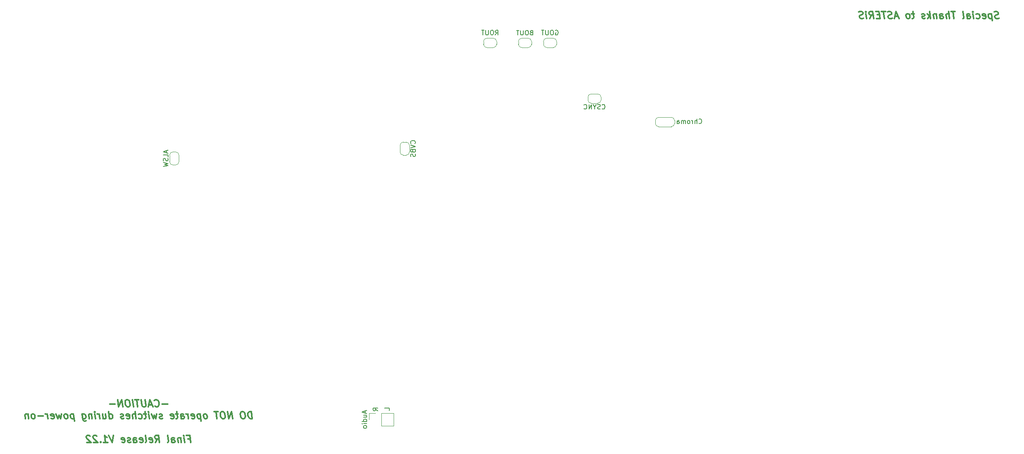
<source format=gbr>
G04 #@! TF.GenerationSoftware,KiCad,Pcbnew,(5.1.5)-3*
G04 #@! TF.CreationDate,2020-08-11T20:18:41+09:00*
G04 #@! TF.ProjectId,CPC-400 Audio&Video Board Mk.II,4350432d-3430-4302-9041-7564696f2656,rev?*
G04 #@! TF.SameCoordinates,Original*
G04 #@! TF.FileFunction,Legend,Bot*
G04 #@! TF.FilePolarity,Positive*
%FSLAX46Y46*%
G04 Gerber Fmt 4.6, Leading zero omitted, Abs format (unit mm)*
G04 Created by KiCad (PCBNEW (5.1.5)-3) date 2020-08-11 20:18:41*
%MOMM*%
%LPD*%
G04 APERTURE LIST*
%ADD10C,0.300000*%
%ADD11C,0.200000*%
%ADD12C,0.120000*%
%ADD13C,0.150000*%
G04 APERTURE END LIST*
D10*
X54263214Y-86282142D02*
X53120357Y-86282142D01*
X51602500Y-86710714D02*
X51682857Y-86782142D01*
X51906071Y-86853571D01*
X52048928Y-86853571D01*
X52254285Y-86782142D01*
X52379285Y-86639285D01*
X52432857Y-86496428D01*
X52468571Y-86210714D01*
X52441785Y-85996428D01*
X52334642Y-85710714D01*
X52245357Y-85567857D01*
X52084642Y-85425000D01*
X51861428Y-85353571D01*
X51718571Y-85353571D01*
X51513214Y-85425000D01*
X51450714Y-85496428D01*
X50995357Y-86425000D02*
X50281071Y-86425000D01*
X51191785Y-86853571D02*
X50504285Y-85353571D01*
X50191785Y-86853571D01*
X49504285Y-85353571D02*
X49656071Y-86567857D01*
X49602500Y-86710714D01*
X49540000Y-86782142D01*
X49406071Y-86853571D01*
X49120357Y-86853571D01*
X48968571Y-86782142D01*
X48888214Y-86710714D01*
X48798928Y-86567857D01*
X48647142Y-85353571D01*
X48147142Y-85353571D02*
X47290000Y-85353571D01*
X47906071Y-86853571D02*
X47718571Y-85353571D01*
X46977500Y-86853571D02*
X46790000Y-85353571D01*
X45790000Y-85353571D02*
X45504285Y-85353571D01*
X45370357Y-85425000D01*
X45245357Y-85567857D01*
X45209642Y-85853571D01*
X45272142Y-86353571D01*
X45379285Y-86639285D01*
X45540000Y-86782142D01*
X45691785Y-86853571D01*
X45977500Y-86853571D01*
X46111428Y-86782142D01*
X46236428Y-86639285D01*
X46272142Y-86353571D01*
X46209642Y-85853571D01*
X46102500Y-85567857D01*
X45941785Y-85425000D01*
X45790000Y-85353571D01*
X44691785Y-86853571D02*
X44504285Y-85353571D01*
X43834642Y-86853571D01*
X43647142Y-85353571D01*
X43048928Y-86282142D02*
X41906071Y-86282142D01*
X72370357Y-89403571D02*
X72182857Y-87903571D01*
X71825714Y-87903571D01*
X71620357Y-87975000D01*
X71495357Y-88117857D01*
X71441785Y-88260714D01*
X71406071Y-88546428D01*
X71432857Y-88760714D01*
X71540000Y-89046428D01*
X71629285Y-89189285D01*
X71790000Y-89332142D01*
X72013214Y-89403571D01*
X72370357Y-89403571D01*
X70397142Y-87903571D02*
X70111428Y-87903571D01*
X69977500Y-87975000D01*
X69852500Y-88117857D01*
X69816785Y-88403571D01*
X69879285Y-88903571D01*
X69986428Y-89189285D01*
X70147142Y-89332142D01*
X70298928Y-89403571D01*
X70584642Y-89403571D01*
X70718571Y-89332142D01*
X70843571Y-89189285D01*
X70879285Y-88903571D01*
X70816785Y-88403571D01*
X70709642Y-88117857D01*
X70548928Y-87975000D01*
X70397142Y-87903571D01*
X68156071Y-89403571D02*
X67968571Y-87903571D01*
X67298928Y-89403571D01*
X67111428Y-87903571D01*
X66111428Y-87903571D02*
X65825714Y-87903571D01*
X65691785Y-87975000D01*
X65566785Y-88117857D01*
X65531071Y-88403571D01*
X65593571Y-88903571D01*
X65700714Y-89189285D01*
X65861428Y-89332142D01*
X66013214Y-89403571D01*
X66298928Y-89403571D01*
X66432857Y-89332142D01*
X66557857Y-89189285D01*
X66593571Y-88903571D01*
X66531071Y-88403571D01*
X66423928Y-88117857D01*
X66263214Y-87975000D01*
X66111428Y-87903571D01*
X65039999Y-87903571D02*
X64182857Y-87903571D01*
X64798928Y-89403571D02*
X64611428Y-87903571D01*
X62513214Y-89403571D02*
X62647142Y-89332142D01*
X62709642Y-89260714D01*
X62763214Y-89117857D01*
X62709642Y-88689285D01*
X62620357Y-88546428D01*
X62540000Y-88475000D01*
X62388214Y-88403571D01*
X62173928Y-88403571D01*
X62040000Y-88475000D01*
X61977500Y-88546428D01*
X61923928Y-88689285D01*
X61977499Y-89117857D01*
X62066785Y-89260714D01*
X62147142Y-89332142D01*
X62298928Y-89403571D01*
X62513214Y-89403571D01*
X61245357Y-88403571D02*
X61432857Y-89903571D01*
X61254285Y-88475000D02*
X61102499Y-88403571D01*
X60816785Y-88403571D01*
X60682857Y-88475000D01*
X60620357Y-88546428D01*
X60566785Y-88689285D01*
X60620357Y-89117857D01*
X60709642Y-89260714D01*
X60790000Y-89332142D01*
X60941785Y-89403571D01*
X61227499Y-89403571D01*
X61361428Y-89332142D01*
X59432857Y-89332142D02*
X59584642Y-89403571D01*
X59870357Y-89403571D01*
X60004285Y-89332142D01*
X60057857Y-89189285D01*
X59986428Y-88617857D01*
X59897142Y-88475000D01*
X59745357Y-88403571D01*
X59459642Y-88403571D01*
X59325714Y-88475000D01*
X59272142Y-88617857D01*
X59289999Y-88760714D01*
X60022142Y-88903571D01*
X58727499Y-89403571D02*
X58602499Y-88403571D01*
X58638214Y-88689285D02*
X58548928Y-88546428D01*
X58468571Y-88475000D01*
X58316785Y-88403571D01*
X58173928Y-88403571D01*
X57156071Y-89403571D02*
X57057857Y-88617857D01*
X57111428Y-88475000D01*
X57245357Y-88403571D01*
X57531071Y-88403571D01*
X57682857Y-88475000D01*
X57147142Y-89332142D02*
X57298928Y-89403571D01*
X57656071Y-89403571D01*
X57790000Y-89332142D01*
X57843571Y-89189285D01*
X57825714Y-89046428D01*
X57736428Y-88903571D01*
X57584642Y-88832142D01*
X57227500Y-88832142D01*
X57075714Y-88760714D01*
X56531071Y-88403571D02*
X55959642Y-88403571D01*
X56254285Y-87903571D02*
X56415000Y-89189285D01*
X56361428Y-89332142D01*
X56227500Y-89403571D01*
X56084642Y-89403571D01*
X55004285Y-89332142D02*
X55156071Y-89403571D01*
X55441785Y-89403571D01*
X55575714Y-89332142D01*
X55629285Y-89189285D01*
X55557857Y-88617857D01*
X55468571Y-88475000D01*
X55316785Y-88403571D01*
X55031071Y-88403571D01*
X54897142Y-88475000D01*
X54843571Y-88617857D01*
X54861428Y-88760714D01*
X55593571Y-88903571D01*
X53218571Y-89332142D02*
X53084642Y-89403571D01*
X52798928Y-89403571D01*
X52647142Y-89332142D01*
X52557857Y-89189285D01*
X52548928Y-89117857D01*
X52602500Y-88975000D01*
X52736428Y-88903571D01*
X52950714Y-88903571D01*
X53084642Y-88832142D01*
X53138214Y-88689285D01*
X53129285Y-88617857D01*
X53040000Y-88475000D01*
X52888214Y-88403571D01*
X52673928Y-88403571D01*
X52540000Y-88475000D01*
X51959642Y-88403571D02*
X51798928Y-89403571D01*
X51423928Y-88689285D01*
X51227500Y-89403571D01*
X50816785Y-88403571D01*
X50370357Y-89403571D02*
X50245357Y-88403571D01*
X50182857Y-87903571D02*
X50263214Y-87975000D01*
X50200714Y-88046428D01*
X50120357Y-87975000D01*
X50182857Y-87903571D01*
X50200714Y-88046428D01*
X49745357Y-88403571D02*
X49173928Y-88403571D01*
X49468571Y-87903571D02*
X49629285Y-89189285D01*
X49575714Y-89332142D01*
X49441785Y-89403571D01*
X49298928Y-89403571D01*
X48147142Y-89332142D02*
X48298928Y-89403571D01*
X48584642Y-89403571D01*
X48718571Y-89332142D01*
X48781071Y-89260714D01*
X48834642Y-89117857D01*
X48781071Y-88689285D01*
X48691785Y-88546428D01*
X48611428Y-88475000D01*
X48459642Y-88403571D01*
X48173928Y-88403571D01*
X48040000Y-88475000D01*
X47513214Y-89403571D02*
X47325714Y-87903571D01*
X46870357Y-89403571D02*
X46772142Y-88617857D01*
X46825714Y-88475000D01*
X46959642Y-88403571D01*
X47173928Y-88403571D01*
X47325714Y-88475000D01*
X47406071Y-88546428D01*
X45575714Y-89332142D02*
X45727500Y-89403571D01*
X46013214Y-89403571D01*
X46147142Y-89332142D01*
X46200714Y-89189285D01*
X46129285Y-88617857D01*
X46040000Y-88475000D01*
X45888214Y-88403571D01*
X45602500Y-88403571D01*
X45468571Y-88475000D01*
X45415000Y-88617857D01*
X45432857Y-88760714D01*
X46165000Y-88903571D01*
X44932857Y-89332142D02*
X44798928Y-89403571D01*
X44513214Y-89403571D01*
X44361428Y-89332142D01*
X44272142Y-89189285D01*
X44263214Y-89117857D01*
X44316785Y-88975000D01*
X44450714Y-88903571D01*
X44665000Y-88903571D01*
X44798928Y-88832142D01*
X44852499Y-88689285D01*
X44843571Y-88617857D01*
X44754285Y-88475000D01*
X44602500Y-88403571D01*
X44388214Y-88403571D01*
X44254285Y-88475000D01*
X41870357Y-89403571D02*
X41682857Y-87903571D01*
X41861428Y-89332142D02*
X42013214Y-89403571D01*
X42298928Y-89403571D01*
X42432857Y-89332142D01*
X42495357Y-89260714D01*
X42548928Y-89117857D01*
X42495357Y-88689285D01*
X42406071Y-88546428D01*
X42325714Y-88475000D01*
X42173928Y-88403571D01*
X41888214Y-88403571D01*
X41754285Y-88475000D01*
X40388214Y-88403571D02*
X40513214Y-89403571D01*
X41031071Y-88403571D02*
X41129285Y-89189285D01*
X41075714Y-89332142D01*
X40941785Y-89403571D01*
X40727500Y-89403571D01*
X40575714Y-89332142D01*
X40495357Y-89260714D01*
X39798928Y-89403571D02*
X39673928Y-88403571D01*
X39709642Y-88689285D02*
X39620357Y-88546428D01*
X39540000Y-88475000D01*
X39388214Y-88403571D01*
X39245357Y-88403571D01*
X38870357Y-89403571D02*
X38745357Y-88403571D01*
X38682857Y-87903571D02*
X38763214Y-87975000D01*
X38700714Y-88046428D01*
X38620357Y-87975000D01*
X38682857Y-87903571D01*
X38700714Y-88046428D01*
X38031071Y-88403571D02*
X38156071Y-89403571D01*
X38048928Y-88546428D02*
X37968571Y-88475000D01*
X37816785Y-88403571D01*
X37602500Y-88403571D01*
X37468571Y-88475000D01*
X37415000Y-88617857D01*
X37513214Y-89403571D01*
X36031071Y-88403571D02*
X36182857Y-89617857D01*
X36272142Y-89760714D01*
X36352500Y-89832142D01*
X36504285Y-89903571D01*
X36718571Y-89903571D01*
X36852500Y-89832142D01*
X36147142Y-89332142D02*
X36298928Y-89403571D01*
X36584642Y-89403571D01*
X36718571Y-89332142D01*
X36781071Y-89260714D01*
X36834642Y-89117857D01*
X36781071Y-88689285D01*
X36691785Y-88546428D01*
X36611428Y-88475000D01*
X36459642Y-88403571D01*
X36173928Y-88403571D01*
X36040000Y-88475000D01*
X34173928Y-88403571D02*
X34361428Y-89903571D01*
X34182857Y-88475000D02*
X34031071Y-88403571D01*
X33745357Y-88403571D01*
X33611428Y-88475000D01*
X33548928Y-88546428D01*
X33495357Y-88689285D01*
X33548928Y-89117857D01*
X33638214Y-89260714D01*
X33718571Y-89332142D01*
X33870357Y-89403571D01*
X34156071Y-89403571D01*
X34290000Y-89332142D01*
X32727500Y-89403571D02*
X32861428Y-89332142D01*
X32923928Y-89260714D01*
X32977500Y-89117857D01*
X32923928Y-88689285D01*
X32834642Y-88546428D01*
X32754285Y-88475000D01*
X32602500Y-88403571D01*
X32388214Y-88403571D01*
X32254285Y-88475000D01*
X32191785Y-88546428D01*
X32138214Y-88689285D01*
X32191785Y-89117857D01*
X32281071Y-89260714D01*
X32361428Y-89332142D01*
X32513214Y-89403571D01*
X32727500Y-89403571D01*
X31602499Y-88403571D02*
X31441785Y-89403571D01*
X31066785Y-88689285D01*
X30870357Y-89403571D01*
X30459642Y-88403571D01*
X29432857Y-89332142D02*
X29584642Y-89403571D01*
X29870357Y-89403571D01*
X30004285Y-89332142D01*
X30057857Y-89189285D01*
X29986428Y-88617857D01*
X29897142Y-88475000D01*
X29745357Y-88403571D01*
X29459642Y-88403571D01*
X29325714Y-88475000D01*
X29272142Y-88617857D01*
X29290000Y-88760714D01*
X30022142Y-88903571D01*
X28727500Y-89403571D02*
X28602500Y-88403571D01*
X28638214Y-88689285D02*
X28548928Y-88546428D01*
X28468571Y-88475000D01*
X28316785Y-88403571D01*
X28173928Y-88403571D01*
X27727500Y-88832142D02*
X26584642Y-88832142D01*
X25727500Y-89403571D02*
X25861428Y-89332142D01*
X25923928Y-89260714D01*
X25977500Y-89117857D01*
X25923928Y-88689285D01*
X25834642Y-88546428D01*
X25754285Y-88475000D01*
X25602500Y-88403571D01*
X25388214Y-88403571D01*
X25254285Y-88475000D01*
X25191785Y-88546428D01*
X25138214Y-88689285D01*
X25191785Y-89117857D01*
X25281071Y-89260714D01*
X25361428Y-89332142D01*
X25513214Y-89403571D01*
X25727500Y-89403571D01*
X24459642Y-88403571D02*
X24584642Y-89403571D01*
X24477500Y-88546428D02*
X24397142Y-88475000D01*
X24245357Y-88403571D01*
X24031071Y-88403571D01*
X23897142Y-88475000D01*
X23843571Y-88617857D01*
X23941785Y-89403571D01*
X58593571Y-93717857D02*
X59093571Y-93717857D01*
X59191785Y-94503571D02*
X59004285Y-93003571D01*
X58290000Y-93003571D01*
X57906071Y-94503571D02*
X57781071Y-93503571D01*
X57718571Y-93003571D02*
X57798928Y-93075000D01*
X57736428Y-93146428D01*
X57656071Y-93075000D01*
X57718571Y-93003571D01*
X57736428Y-93146428D01*
X57066785Y-93503571D02*
X57191785Y-94503571D01*
X57084642Y-93646428D02*
X57004285Y-93575000D01*
X56852500Y-93503571D01*
X56638214Y-93503571D01*
X56504285Y-93575000D01*
X56450714Y-93717857D01*
X56548928Y-94503571D01*
X55191785Y-94503571D02*
X55093571Y-93717857D01*
X55147142Y-93575000D01*
X55281071Y-93503571D01*
X55566785Y-93503571D01*
X55718571Y-93575000D01*
X55182857Y-94432142D02*
X55334642Y-94503571D01*
X55691785Y-94503571D01*
X55825714Y-94432142D01*
X55879285Y-94289285D01*
X55861428Y-94146428D01*
X55772142Y-94003571D01*
X55620357Y-93932142D01*
X55263214Y-93932142D01*
X55111428Y-93860714D01*
X54263214Y-94503571D02*
X54397142Y-94432142D01*
X54450714Y-94289285D01*
X54290000Y-93003571D01*
X51691785Y-94503571D02*
X52102500Y-93789285D01*
X52548928Y-94503571D02*
X52361428Y-93003571D01*
X51790000Y-93003571D01*
X51656071Y-93075000D01*
X51593571Y-93146428D01*
X51540000Y-93289285D01*
X51566785Y-93503571D01*
X51656071Y-93646428D01*
X51736428Y-93717857D01*
X51888214Y-93789285D01*
X52459642Y-93789285D01*
X50468571Y-94432142D02*
X50620357Y-94503571D01*
X50906071Y-94503571D01*
X51040000Y-94432142D01*
X51093571Y-94289285D01*
X51022142Y-93717857D01*
X50932857Y-93575000D01*
X50781071Y-93503571D01*
X50495357Y-93503571D01*
X50361428Y-93575000D01*
X50307857Y-93717857D01*
X50325714Y-93860714D01*
X51057857Y-94003571D01*
X49548928Y-94503571D02*
X49682857Y-94432142D01*
X49736428Y-94289285D01*
X49575714Y-93003571D01*
X48397142Y-94432142D02*
X48548928Y-94503571D01*
X48834642Y-94503571D01*
X48968571Y-94432142D01*
X49022142Y-94289285D01*
X48950714Y-93717857D01*
X48861428Y-93575000D01*
X48709642Y-93503571D01*
X48423928Y-93503571D01*
X48290000Y-93575000D01*
X48236428Y-93717857D01*
X48254285Y-93860714D01*
X48986428Y-94003571D01*
X47048928Y-94503571D02*
X46950714Y-93717857D01*
X47004285Y-93575000D01*
X47138214Y-93503571D01*
X47423928Y-93503571D01*
X47575714Y-93575000D01*
X47040000Y-94432142D02*
X47191785Y-94503571D01*
X47548928Y-94503571D01*
X47682857Y-94432142D01*
X47736428Y-94289285D01*
X47718571Y-94146428D01*
X47629285Y-94003571D01*
X47477500Y-93932142D01*
X47120357Y-93932142D01*
X46968571Y-93860714D01*
X46397142Y-94432142D02*
X46263214Y-94503571D01*
X45977500Y-94503571D01*
X45825714Y-94432142D01*
X45736428Y-94289285D01*
X45727500Y-94217857D01*
X45781071Y-94075000D01*
X45915000Y-94003571D01*
X46129285Y-94003571D01*
X46263214Y-93932142D01*
X46316785Y-93789285D01*
X46307857Y-93717857D01*
X46218571Y-93575000D01*
X46066785Y-93503571D01*
X45852500Y-93503571D01*
X45718571Y-93575000D01*
X44540000Y-94432142D02*
X44691785Y-94503571D01*
X44977500Y-94503571D01*
X45111428Y-94432142D01*
X45165000Y-94289285D01*
X45093571Y-93717857D01*
X45004285Y-93575000D01*
X44852500Y-93503571D01*
X44566785Y-93503571D01*
X44432857Y-93575000D01*
X44379285Y-93717857D01*
X44397142Y-93860714D01*
X45129285Y-94003571D01*
X42718571Y-93003571D02*
X42406071Y-94503571D01*
X41718571Y-93003571D01*
X40620357Y-94503571D02*
X41477500Y-94503571D01*
X41048928Y-94503571D02*
X40861428Y-93003571D01*
X41031071Y-93217857D01*
X41191785Y-93360714D01*
X41343571Y-93432142D01*
X39959642Y-94360714D02*
X39897142Y-94432142D01*
X39977500Y-94503571D01*
X40040000Y-94432142D01*
X39959642Y-94360714D01*
X39977500Y-94503571D01*
X39165000Y-93146428D02*
X39084642Y-93075000D01*
X38932857Y-93003571D01*
X38575714Y-93003571D01*
X38441785Y-93075000D01*
X38379285Y-93146428D01*
X38325714Y-93289285D01*
X38343571Y-93432142D01*
X38441785Y-93646428D01*
X39406071Y-94503571D01*
X38477500Y-94503571D01*
X37736428Y-93146428D02*
X37656071Y-93075000D01*
X37504285Y-93003571D01*
X37147142Y-93003571D01*
X37013214Y-93075000D01*
X36950714Y-93146428D01*
X36897142Y-93289285D01*
X36915000Y-93432142D01*
X37013214Y-93646428D01*
X37977500Y-94503571D01*
X37048928Y-94503571D01*
D11*
X99152380Y-87709523D02*
X98676190Y-87376190D01*
X99152380Y-87138095D02*
X98152380Y-87138095D01*
X98152380Y-87519047D01*
X98200000Y-87614285D01*
X98247619Y-87661904D01*
X98342857Y-87709523D01*
X98485714Y-87709523D01*
X98580952Y-87661904D01*
X98628571Y-87614285D01*
X98676190Y-87519047D01*
X98676190Y-87138095D01*
X101652380Y-87609523D02*
X101652380Y-87133333D01*
X100652380Y-87133333D01*
D10*
X231840000Y-3807142D02*
X231634642Y-3878571D01*
X231277500Y-3878571D01*
X231125714Y-3807142D01*
X231045357Y-3735714D01*
X230956071Y-3592857D01*
X230938214Y-3450000D01*
X230991785Y-3307142D01*
X231054285Y-3235714D01*
X231188214Y-3164285D01*
X231465000Y-3092857D01*
X231598928Y-3021428D01*
X231661428Y-2950000D01*
X231715000Y-2807142D01*
X231697142Y-2664285D01*
X231607857Y-2521428D01*
X231527500Y-2450000D01*
X231375714Y-2378571D01*
X231018571Y-2378571D01*
X230813214Y-2450000D01*
X230223928Y-2878571D02*
X230411428Y-4378571D01*
X230232857Y-2950000D02*
X230081071Y-2878571D01*
X229795357Y-2878571D01*
X229661428Y-2950000D01*
X229598928Y-3021428D01*
X229545357Y-3164285D01*
X229598928Y-3592857D01*
X229688214Y-3735714D01*
X229768571Y-3807142D01*
X229920357Y-3878571D01*
X230206071Y-3878571D01*
X230340000Y-3807142D01*
X228411428Y-3807142D02*
X228563214Y-3878571D01*
X228848928Y-3878571D01*
X228982857Y-3807142D01*
X229036428Y-3664285D01*
X228965000Y-3092857D01*
X228875714Y-2950000D01*
X228723928Y-2878571D01*
X228438214Y-2878571D01*
X228304285Y-2950000D01*
X228250714Y-3092857D01*
X228268571Y-3235714D01*
X229000714Y-3378571D01*
X227054285Y-3807142D02*
X227206071Y-3878571D01*
X227491785Y-3878571D01*
X227625714Y-3807142D01*
X227688214Y-3735714D01*
X227741785Y-3592857D01*
X227688214Y-3164285D01*
X227598928Y-3021428D01*
X227518571Y-2950000D01*
X227366785Y-2878571D01*
X227081071Y-2878571D01*
X226947142Y-2950000D01*
X226420357Y-3878571D02*
X226295357Y-2878571D01*
X226232857Y-2378571D02*
X226313214Y-2450000D01*
X226250714Y-2521428D01*
X226170357Y-2450000D01*
X226232857Y-2378571D01*
X226250714Y-2521428D01*
X225063214Y-3878571D02*
X224965000Y-3092857D01*
X225018571Y-2950000D01*
X225152500Y-2878571D01*
X225438214Y-2878571D01*
X225590000Y-2950000D01*
X225054285Y-3807142D02*
X225206071Y-3878571D01*
X225563214Y-3878571D01*
X225697142Y-3807142D01*
X225750714Y-3664285D01*
X225732857Y-3521428D01*
X225643571Y-3378571D01*
X225491785Y-3307142D01*
X225134642Y-3307142D01*
X224982857Y-3235714D01*
X224134642Y-3878571D02*
X224268571Y-3807142D01*
X224322142Y-3664285D01*
X224161428Y-2378571D01*
X222447142Y-2378571D02*
X221590000Y-2378571D01*
X222206071Y-3878571D02*
X222018571Y-2378571D01*
X221277500Y-3878571D02*
X221090000Y-2378571D01*
X220634642Y-3878571D02*
X220536428Y-3092857D01*
X220590000Y-2950000D01*
X220723928Y-2878571D01*
X220938214Y-2878571D01*
X221090000Y-2950000D01*
X221170357Y-3021428D01*
X219277500Y-3878571D02*
X219179285Y-3092857D01*
X219232857Y-2950000D01*
X219366785Y-2878571D01*
X219652500Y-2878571D01*
X219804285Y-2950000D01*
X219268571Y-3807142D02*
X219420357Y-3878571D01*
X219777500Y-3878571D01*
X219911428Y-3807142D01*
X219965000Y-3664285D01*
X219947142Y-3521428D01*
X219857857Y-3378571D01*
X219706071Y-3307142D01*
X219348928Y-3307142D01*
X219197142Y-3235714D01*
X218438214Y-2878571D02*
X218563214Y-3878571D01*
X218456071Y-3021428D02*
X218375714Y-2950000D01*
X218223928Y-2878571D01*
X218009642Y-2878571D01*
X217875714Y-2950000D01*
X217822142Y-3092857D01*
X217920357Y-3878571D01*
X217206071Y-3878571D02*
X217018571Y-2378571D01*
X216991785Y-3307142D02*
X216634642Y-3878571D01*
X216509642Y-2878571D02*
X217152500Y-3450000D01*
X216054285Y-3807142D02*
X215920357Y-3878571D01*
X215634642Y-3878571D01*
X215482857Y-3807142D01*
X215393571Y-3664285D01*
X215384642Y-3592857D01*
X215438214Y-3450000D01*
X215572142Y-3378571D01*
X215786428Y-3378571D01*
X215920357Y-3307142D01*
X215973928Y-3164285D01*
X215965000Y-3092857D01*
X215875714Y-2950000D01*
X215723928Y-2878571D01*
X215509642Y-2878571D01*
X215375714Y-2950000D01*
X213723928Y-2878571D02*
X213152500Y-2878571D01*
X213447142Y-2378571D02*
X213607857Y-3664285D01*
X213554285Y-3807142D01*
X213420357Y-3878571D01*
X213277500Y-3878571D01*
X212563214Y-3878571D02*
X212697142Y-3807142D01*
X212759642Y-3735714D01*
X212813214Y-3592857D01*
X212759642Y-3164285D01*
X212670357Y-3021428D01*
X212590000Y-2950000D01*
X212438214Y-2878571D01*
X212223928Y-2878571D01*
X212090000Y-2950000D01*
X212027500Y-3021428D01*
X211973928Y-3164285D01*
X212027500Y-3592857D01*
X212116785Y-3735714D01*
X212197142Y-3807142D01*
X212348928Y-3878571D01*
X212563214Y-3878571D01*
X210295357Y-3450000D02*
X209581071Y-3450000D01*
X210491785Y-3878571D02*
X209804285Y-2378571D01*
X209491785Y-3878571D01*
X209054285Y-3807142D02*
X208848928Y-3878571D01*
X208491785Y-3878571D01*
X208340000Y-3807142D01*
X208259642Y-3735714D01*
X208170357Y-3592857D01*
X208152500Y-3450000D01*
X208206071Y-3307142D01*
X208268571Y-3235714D01*
X208402500Y-3164285D01*
X208679285Y-3092857D01*
X208813214Y-3021428D01*
X208875714Y-2950000D01*
X208929285Y-2807142D01*
X208911428Y-2664285D01*
X208822142Y-2521428D01*
X208741785Y-2450000D01*
X208590000Y-2378571D01*
X208232857Y-2378571D01*
X208027500Y-2450000D01*
X207590000Y-2378571D02*
X206732857Y-2378571D01*
X207348928Y-3878571D02*
X207161428Y-2378571D01*
X206322142Y-3092857D02*
X205822142Y-3092857D01*
X205706071Y-3878571D02*
X206420357Y-3878571D01*
X206232857Y-2378571D01*
X205518571Y-2378571D01*
X204206071Y-3878571D02*
X204616785Y-3164285D01*
X205063214Y-3878571D02*
X204875714Y-2378571D01*
X204304285Y-2378571D01*
X204170357Y-2450000D01*
X204107857Y-2521428D01*
X204054285Y-2664285D01*
X204081071Y-2878571D01*
X204170357Y-3021428D01*
X204250714Y-3092857D01*
X204402500Y-3164285D01*
X204973928Y-3164285D01*
X203563214Y-3878571D02*
X203438214Y-2878571D01*
X203375714Y-2378571D02*
X203456071Y-2450000D01*
X203393571Y-2521428D01*
X203313214Y-2450000D01*
X203375714Y-2378571D01*
X203393571Y-2521428D01*
X202911428Y-3807142D02*
X202706071Y-3878571D01*
X202348928Y-3878571D01*
X202197142Y-3807142D01*
X202116785Y-3735714D01*
X202027500Y-3592857D01*
X202009642Y-3450000D01*
X202063214Y-3307142D01*
X202125714Y-3235714D01*
X202259642Y-3164285D01*
X202536428Y-3092857D01*
X202670357Y-3021428D01*
X202732857Y-2950000D01*
X202786428Y-2807142D01*
X202768571Y-2664285D01*
X202679285Y-2521428D01*
X202598928Y-2450000D01*
X202447142Y-2378571D01*
X202090000Y-2378571D01*
X201884642Y-2450000D01*
D12*
X105925000Y-31000000D02*
G75*
G03X105225000Y-30300000I-700000J0D01*
G01*
X104625000Y-30300000D02*
G75*
G03X103925000Y-31000000I0J-700000D01*
G01*
X103925000Y-32400000D02*
G75*
G03X104625000Y-33100000I700000J0D01*
G01*
X105225000Y-33100000D02*
G75*
G03X105925000Y-32400000I0J700000D01*
G01*
X104625000Y-33100000D02*
X105225000Y-33100000D01*
X103925000Y-31000000D02*
X103925000Y-32400000D01*
X105225000Y-30300000D02*
X104625000Y-30300000D01*
X105925000Y-32400000D02*
X105925000Y-31000000D01*
X144750000Y-22000000D02*
X146150000Y-22000000D01*
X146850000Y-21300000D02*
X146850000Y-20700000D01*
X146150000Y-20000000D02*
X144750000Y-20000000D01*
X144050000Y-20700000D02*
X144050000Y-21300000D01*
X144050000Y-21300000D02*
G75*
G03X144750000Y-22000000I700000J0D01*
G01*
X144750000Y-20000000D02*
G75*
G03X144050000Y-20700000I0J-700000D01*
G01*
X146850000Y-20700000D02*
G75*
G03X146150000Y-20000000I-700000J0D01*
G01*
X146150000Y-22000000D02*
G75*
G03X146850000Y-21300000I0J700000D01*
G01*
X136650000Y-10100000D02*
G75*
G03X137350000Y-9400000I0J700000D01*
G01*
X137350000Y-8800000D02*
G75*
G03X136650000Y-8100000I-700000J0D01*
G01*
X135250000Y-8100000D02*
G75*
G03X134550000Y-8800000I0J-700000D01*
G01*
X134550000Y-9400000D02*
G75*
G03X135250000Y-10100000I700000J0D01*
G01*
X134550000Y-8800000D02*
X134550000Y-9400000D01*
X136650000Y-8100000D02*
X135250000Y-8100000D01*
X137350000Y-9400000D02*
X137350000Y-8800000D01*
X135250000Y-10100000D02*
X136650000Y-10100000D01*
X131300000Y-10100000D02*
G75*
G03X132000000Y-9400000I0J700000D01*
G01*
X132000000Y-8800000D02*
G75*
G03X131300000Y-8100000I-700000J0D01*
G01*
X129900000Y-8100000D02*
G75*
G03X129200000Y-8800000I0J-700000D01*
G01*
X129200000Y-9400000D02*
G75*
G03X129900000Y-10100000I700000J0D01*
G01*
X129200000Y-8800000D02*
X129200000Y-9400000D01*
X131300000Y-8100000D02*
X129900000Y-8100000D01*
X132000000Y-9400000D02*
X132000000Y-8800000D01*
X129900000Y-10100000D02*
X131300000Y-10100000D01*
X158450000Y-26300000D02*
G75*
G03X159150000Y-27000000I700000J0D01*
G01*
X159150000Y-25000000D02*
G75*
G03X158450000Y-25700000I0J-700000D01*
G01*
X162550000Y-25700000D02*
G75*
G03X161850000Y-25000000I-700000J0D01*
G01*
X161850000Y-27000000D02*
G75*
G03X162550000Y-26300000I0J700000D01*
G01*
X159100000Y-27000000D02*
X161900000Y-27000000D01*
X162550000Y-26300000D02*
X162550000Y-25700000D01*
X161900000Y-25000000D02*
X159100000Y-25000000D01*
X158450000Y-25700000D02*
X158450000Y-26300000D01*
X122450000Y-10100000D02*
X123850000Y-10100000D01*
X124550000Y-9400000D02*
X124550000Y-8800000D01*
X123850000Y-8100000D02*
X122450000Y-8100000D01*
X121750000Y-8800000D02*
X121750000Y-9400000D01*
X121750000Y-9400000D02*
G75*
G03X122450000Y-10100000I700000J0D01*
G01*
X122450000Y-8100000D02*
G75*
G03X121750000Y-8800000I0J-700000D01*
G01*
X124550000Y-8800000D02*
G75*
G03X123850000Y-8100000I-700000J0D01*
G01*
X123850000Y-10100000D02*
G75*
G03X124550000Y-9400000I0J700000D01*
G01*
X54700000Y-33100000D02*
X54700000Y-34500000D01*
X55400000Y-35200000D02*
X56000000Y-35200000D01*
X56700000Y-34500000D02*
X56700000Y-33100000D01*
X56000000Y-32400000D02*
X55400000Y-32400000D01*
X55400000Y-32400000D02*
G75*
G03X54700000Y-33100000I0J-700000D01*
G01*
X56700000Y-33100000D02*
G75*
G03X56000000Y-32400000I-700000J0D01*
G01*
X56000000Y-35200000D02*
G75*
G03X56700000Y-34500000I0J700000D01*
G01*
X54700000Y-34500000D02*
G75*
G03X55400000Y-35200000I700000J0D01*
G01*
X97330000Y-88270000D02*
X97330000Y-89600000D01*
X98660000Y-88270000D02*
X97330000Y-88270000D01*
X99930000Y-88270000D02*
X99930000Y-90930000D01*
X99930000Y-90930000D02*
X102530000Y-90930000D01*
X99930000Y-88270000D02*
X102530000Y-88270000D01*
X102530000Y-88270000D02*
X102530000Y-90930000D01*
D13*
X107082142Y-30604761D02*
X107129761Y-30557142D01*
X107177380Y-30414285D01*
X107177380Y-30319047D01*
X107129761Y-30176190D01*
X107034523Y-30080952D01*
X106939285Y-30033333D01*
X106748809Y-29985714D01*
X106605952Y-29985714D01*
X106415476Y-30033333D01*
X106320238Y-30080952D01*
X106225000Y-30176190D01*
X106177380Y-30319047D01*
X106177380Y-30414285D01*
X106225000Y-30557142D01*
X106272619Y-30604761D01*
X106177380Y-30890476D02*
X107177380Y-31223809D01*
X106177380Y-31557142D01*
X106653571Y-32223809D02*
X106701190Y-32366666D01*
X106748809Y-32414285D01*
X106844047Y-32461904D01*
X106986904Y-32461904D01*
X107082142Y-32414285D01*
X107129761Y-32366666D01*
X107177380Y-32271428D01*
X107177380Y-31890476D01*
X106177380Y-31890476D01*
X106177380Y-32223809D01*
X106225000Y-32319047D01*
X106272619Y-32366666D01*
X106367857Y-32414285D01*
X106463095Y-32414285D01*
X106558333Y-32366666D01*
X106605952Y-32319047D01*
X106653571Y-32223809D01*
X106653571Y-31890476D01*
X107129761Y-32842857D02*
X107177380Y-32985714D01*
X107177380Y-33223809D01*
X107129761Y-33319047D01*
X107082142Y-33366666D01*
X106986904Y-33414285D01*
X106891666Y-33414285D01*
X106796428Y-33366666D01*
X106748809Y-33319047D01*
X106701190Y-33223809D01*
X106653571Y-33033333D01*
X106605952Y-32938095D01*
X106558333Y-32890476D01*
X106463095Y-32842857D01*
X106367857Y-32842857D01*
X106272619Y-32890476D01*
X106225000Y-32938095D01*
X106177380Y-33033333D01*
X106177380Y-33271428D01*
X106225000Y-33414285D01*
X147069047Y-23157142D02*
X147116666Y-23204761D01*
X147259523Y-23252380D01*
X147354761Y-23252380D01*
X147497619Y-23204761D01*
X147592857Y-23109523D01*
X147640476Y-23014285D01*
X147688095Y-22823809D01*
X147688095Y-22680952D01*
X147640476Y-22490476D01*
X147592857Y-22395238D01*
X147497619Y-22300000D01*
X147354761Y-22252380D01*
X147259523Y-22252380D01*
X147116666Y-22300000D01*
X147069047Y-22347619D01*
X146688095Y-23204761D02*
X146545238Y-23252380D01*
X146307142Y-23252380D01*
X146211904Y-23204761D01*
X146164285Y-23157142D01*
X146116666Y-23061904D01*
X146116666Y-22966666D01*
X146164285Y-22871428D01*
X146211904Y-22823809D01*
X146307142Y-22776190D01*
X146497619Y-22728571D01*
X146592857Y-22680952D01*
X146640476Y-22633333D01*
X146688095Y-22538095D01*
X146688095Y-22442857D01*
X146640476Y-22347619D01*
X146592857Y-22300000D01*
X146497619Y-22252380D01*
X146259523Y-22252380D01*
X146116666Y-22300000D01*
X145497619Y-22776190D02*
X145497619Y-23252380D01*
X145830952Y-22252380D02*
X145497619Y-22776190D01*
X145164285Y-22252380D01*
X144830952Y-23252380D02*
X144830952Y-22252380D01*
X144259523Y-23252380D01*
X144259523Y-22252380D01*
X143211904Y-23157142D02*
X143259523Y-23204761D01*
X143402380Y-23252380D01*
X143497619Y-23252380D01*
X143640476Y-23204761D01*
X143735714Y-23109523D01*
X143783333Y-23014285D01*
X143830952Y-22823809D01*
X143830952Y-22680952D01*
X143783333Y-22490476D01*
X143735714Y-22395238D01*
X143640476Y-22300000D01*
X143497619Y-22252380D01*
X143402380Y-22252380D01*
X143259523Y-22300000D01*
X143211904Y-22347619D01*
X137116666Y-6450000D02*
X137211904Y-6402380D01*
X137354761Y-6402380D01*
X137497619Y-6450000D01*
X137592857Y-6545238D01*
X137640476Y-6640476D01*
X137688095Y-6830952D01*
X137688095Y-6973809D01*
X137640476Y-7164285D01*
X137592857Y-7259523D01*
X137497619Y-7354761D01*
X137354761Y-7402380D01*
X137259523Y-7402380D01*
X137116666Y-7354761D01*
X137069047Y-7307142D01*
X137069047Y-6973809D01*
X137259523Y-6973809D01*
X136450000Y-6402380D02*
X136259523Y-6402380D01*
X136164285Y-6450000D01*
X136069047Y-6545238D01*
X136021428Y-6735714D01*
X136021428Y-7069047D01*
X136069047Y-7259523D01*
X136164285Y-7354761D01*
X136259523Y-7402380D01*
X136450000Y-7402380D01*
X136545238Y-7354761D01*
X136640476Y-7259523D01*
X136688095Y-7069047D01*
X136688095Y-6735714D01*
X136640476Y-6545238D01*
X136545238Y-6450000D01*
X136450000Y-6402380D01*
X135592857Y-6402380D02*
X135592857Y-7211904D01*
X135545238Y-7307142D01*
X135497619Y-7354761D01*
X135402380Y-7402380D01*
X135211904Y-7402380D01*
X135116666Y-7354761D01*
X135069047Y-7307142D01*
X135021428Y-7211904D01*
X135021428Y-6402380D01*
X134688095Y-6402380D02*
X134116666Y-6402380D01*
X134402380Y-7402380D02*
X134402380Y-6402380D01*
X131957142Y-6903571D02*
X131814285Y-6951190D01*
X131766666Y-6998809D01*
X131719047Y-7094047D01*
X131719047Y-7236904D01*
X131766666Y-7332142D01*
X131814285Y-7379761D01*
X131909523Y-7427380D01*
X132290476Y-7427380D01*
X132290476Y-6427380D01*
X131957142Y-6427380D01*
X131861904Y-6475000D01*
X131814285Y-6522619D01*
X131766666Y-6617857D01*
X131766666Y-6713095D01*
X131814285Y-6808333D01*
X131861904Y-6855952D01*
X131957142Y-6903571D01*
X132290476Y-6903571D01*
X131100000Y-6427380D02*
X130909523Y-6427380D01*
X130814285Y-6475000D01*
X130719047Y-6570238D01*
X130671428Y-6760714D01*
X130671428Y-7094047D01*
X130719047Y-7284523D01*
X130814285Y-7379761D01*
X130909523Y-7427380D01*
X131100000Y-7427380D01*
X131195238Y-7379761D01*
X131290476Y-7284523D01*
X131338095Y-7094047D01*
X131338095Y-6760714D01*
X131290476Y-6570238D01*
X131195238Y-6475000D01*
X131100000Y-6427380D01*
X130242857Y-6427380D02*
X130242857Y-7236904D01*
X130195238Y-7332142D01*
X130147619Y-7379761D01*
X130052380Y-7427380D01*
X129861904Y-7427380D01*
X129766666Y-7379761D01*
X129719047Y-7332142D01*
X129671428Y-7236904D01*
X129671428Y-6427380D01*
X129338095Y-6427380D02*
X128766666Y-6427380D01*
X129052380Y-7427380D02*
X129052380Y-6427380D01*
X167723809Y-26257142D02*
X167771428Y-26304761D01*
X167914285Y-26352380D01*
X168009523Y-26352380D01*
X168152380Y-26304761D01*
X168247619Y-26209523D01*
X168295238Y-26114285D01*
X168342857Y-25923809D01*
X168342857Y-25780952D01*
X168295238Y-25590476D01*
X168247619Y-25495238D01*
X168152380Y-25400000D01*
X168009523Y-25352380D01*
X167914285Y-25352380D01*
X167771428Y-25400000D01*
X167723809Y-25447619D01*
X167295238Y-26352380D02*
X167295238Y-25352380D01*
X166866666Y-26352380D02*
X166866666Y-25828571D01*
X166914285Y-25733333D01*
X167009523Y-25685714D01*
X167152380Y-25685714D01*
X167247619Y-25733333D01*
X167295238Y-25780952D01*
X166390476Y-26352380D02*
X166390476Y-25685714D01*
X166390476Y-25876190D02*
X166342857Y-25780952D01*
X166295238Y-25733333D01*
X166200000Y-25685714D01*
X166104761Y-25685714D01*
X165628571Y-26352380D02*
X165723809Y-26304761D01*
X165771428Y-26257142D01*
X165819047Y-26161904D01*
X165819047Y-25876190D01*
X165771428Y-25780952D01*
X165723809Y-25733333D01*
X165628571Y-25685714D01*
X165485714Y-25685714D01*
X165390476Y-25733333D01*
X165342857Y-25780952D01*
X165295238Y-25876190D01*
X165295238Y-26161904D01*
X165342857Y-26257142D01*
X165390476Y-26304761D01*
X165485714Y-26352380D01*
X165628571Y-26352380D01*
X164866666Y-26352380D02*
X164866666Y-25685714D01*
X164866666Y-25780952D02*
X164819047Y-25733333D01*
X164723809Y-25685714D01*
X164580952Y-25685714D01*
X164485714Y-25733333D01*
X164438095Y-25828571D01*
X164438095Y-26352380D01*
X164438095Y-25828571D02*
X164390476Y-25733333D01*
X164295238Y-25685714D01*
X164152380Y-25685714D01*
X164057142Y-25733333D01*
X164009523Y-25828571D01*
X164009523Y-26352380D01*
X163104761Y-26352380D02*
X163104761Y-25828571D01*
X163152380Y-25733333D01*
X163247619Y-25685714D01*
X163438095Y-25685714D01*
X163533333Y-25733333D01*
X163104761Y-26304761D02*
X163200000Y-26352380D01*
X163438095Y-26352380D01*
X163533333Y-26304761D01*
X163580952Y-26209523D01*
X163580952Y-26114285D01*
X163533333Y-26019047D01*
X163438095Y-25971428D01*
X163200000Y-25971428D01*
X163104761Y-25923809D01*
X124269047Y-7402380D02*
X124602380Y-6926190D01*
X124840476Y-7402380D02*
X124840476Y-6402380D01*
X124459523Y-6402380D01*
X124364285Y-6450000D01*
X124316666Y-6497619D01*
X124269047Y-6592857D01*
X124269047Y-6735714D01*
X124316666Y-6830952D01*
X124364285Y-6878571D01*
X124459523Y-6926190D01*
X124840476Y-6926190D01*
X123650000Y-6402380D02*
X123459523Y-6402380D01*
X123364285Y-6450000D01*
X123269047Y-6545238D01*
X123221428Y-6735714D01*
X123221428Y-7069047D01*
X123269047Y-7259523D01*
X123364285Y-7354761D01*
X123459523Y-7402380D01*
X123650000Y-7402380D01*
X123745238Y-7354761D01*
X123840476Y-7259523D01*
X123888095Y-7069047D01*
X123888095Y-6735714D01*
X123840476Y-6545238D01*
X123745238Y-6450000D01*
X123650000Y-6402380D01*
X122792857Y-6402380D02*
X122792857Y-7211904D01*
X122745238Y-7307142D01*
X122697619Y-7354761D01*
X122602380Y-7402380D01*
X122411904Y-7402380D01*
X122316666Y-7354761D01*
X122269047Y-7307142D01*
X122221428Y-7211904D01*
X122221428Y-6402380D01*
X121888095Y-6402380D02*
X121316666Y-6402380D01*
X121602380Y-7402380D02*
X121602380Y-6402380D01*
X54066666Y-32109523D02*
X54066666Y-32585714D01*
X54352380Y-32014285D02*
X53352380Y-32347619D01*
X54352380Y-32680952D01*
X54352380Y-33490476D02*
X54352380Y-33014285D01*
X53352380Y-33014285D01*
X54304761Y-33776190D02*
X54352380Y-33919047D01*
X54352380Y-34157142D01*
X54304761Y-34252380D01*
X54257142Y-34300000D01*
X54161904Y-34347619D01*
X54066666Y-34347619D01*
X53971428Y-34300000D01*
X53923809Y-34252380D01*
X53876190Y-34157142D01*
X53828571Y-33966666D01*
X53780952Y-33871428D01*
X53733333Y-33823809D01*
X53638095Y-33776190D01*
X53542857Y-33776190D01*
X53447619Y-33823809D01*
X53400000Y-33871428D01*
X53352380Y-33966666D01*
X53352380Y-34204761D01*
X53400000Y-34347619D01*
X53352380Y-34680952D02*
X54352380Y-34919047D01*
X53638095Y-35109523D01*
X54352380Y-35300000D01*
X53352380Y-35538095D01*
X96496666Y-87766666D02*
X96496666Y-88242857D01*
X96782380Y-87671428D02*
X95782380Y-88004761D01*
X96782380Y-88338095D01*
X96115714Y-89100000D02*
X96782380Y-89100000D01*
X96115714Y-88671428D02*
X96639523Y-88671428D01*
X96734761Y-88719047D01*
X96782380Y-88814285D01*
X96782380Y-88957142D01*
X96734761Y-89052380D01*
X96687142Y-89100000D01*
X96782380Y-90004761D02*
X95782380Y-90004761D01*
X96734761Y-90004761D02*
X96782380Y-89909523D01*
X96782380Y-89719047D01*
X96734761Y-89623809D01*
X96687142Y-89576190D01*
X96591904Y-89528571D01*
X96306190Y-89528571D01*
X96210952Y-89576190D01*
X96163333Y-89623809D01*
X96115714Y-89719047D01*
X96115714Y-89909523D01*
X96163333Y-90004761D01*
X96782380Y-90480952D02*
X96115714Y-90480952D01*
X95782380Y-90480952D02*
X95830000Y-90433333D01*
X95877619Y-90480952D01*
X95830000Y-90528571D01*
X95782380Y-90480952D01*
X95877619Y-90480952D01*
X96782380Y-91100000D02*
X96734761Y-91004761D01*
X96687142Y-90957142D01*
X96591904Y-90909523D01*
X96306190Y-90909523D01*
X96210952Y-90957142D01*
X96163333Y-91004761D01*
X96115714Y-91100000D01*
X96115714Y-91242857D01*
X96163333Y-91338095D01*
X96210952Y-91385714D01*
X96306190Y-91433333D01*
X96591904Y-91433333D01*
X96687142Y-91385714D01*
X96734761Y-91338095D01*
X96782380Y-91242857D01*
X96782380Y-91100000D01*
M02*

</source>
